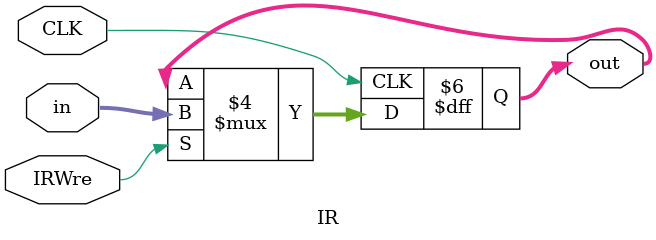
<source format=v>
module IR(
    input wire [31:0] in,
    input wire CLK,
    input wire IRWre,
    output reg [31:0] out
);

always @(negedge CLK) begin
    if (1 == IRWre)
        out <= in;
    else out <= out;
end



endmodule
</source>
